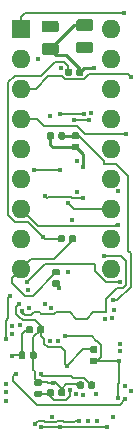
<source format=gbr>
G04 #@! TF.GenerationSoftware,KiCad,Pcbnew,5.1.5+dfsg1-2build2*
G04 #@! TF.CreationDate,2023-02-08T21:01:38+00:00*
G04 #@! TF.ProjectId,video-ram-replacement,76696465-6f2d-4726-916d-2d7265706c61,rev?*
G04 #@! TF.SameCoordinates,Original*
G04 #@! TF.FileFunction,Copper,L4,Bot*
G04 #@! TF.FilePolarity,Positive*
%FSLAX46Y46*%
G04 Gerber Fmt 4.6, Leading zero omitted, Abs format (unit mm)*
G04 Created by KiCad (PCBNEW 5.1.5+dfsg1-2build2) date 2023-02-08 21:01:38*
%MOMM*%
%LPD*%
G04 APERTURE LIST*
%ADD10C,0.150000*%
%ADD11O,1.600000X1.600000*%
%ADD12R,1.600000X1.600000*%
%ADD13C,0.400000*%
%ADD14C,0.250000*%
%ADD15C,0.200000*%
G04 APERTURE END LIST*
G04 #@! TA.AperFunction,SMDPad,CuDef*
D10*
G36*
X181354722Y-151912874D02*
G01*
X181368313Y-151914890D01*
X181381640Y-151918228D01*
X181394576Y-151922857D01*
X181406996Y-151928731D01*
X181418780Y-151935794D01*
X181429815Y-151943979D01*
X181439995Y-151953205D01*
X181449221Y-151963385D01*
X181457406Y-151974420D01*
X181464469Y-151986204D01*
X181470343Y-151998624D01*
X181474972Y-152011560D01*
X181478310Y-152024887D01*
X181480326Y-152038478D01*
X181481000Y-152052200D01*
X181481000Y-152392200D01*
X181480326Y-152405922D01*
X181478310Y-152419513D01*
X181474972Y-152432840D01*
X181470343Y-152445776D01*
X181464469Y-152458196D01*
X181457406Y-152469980D01*
X181449221Y-152481015D01*
X181439995Y-152491195D01*
X181429815Y-152500421D01*
X181418780Y-152508606D01*
X181406996Y-152515669D01*
X181394576Y-152521543D01*
X181381640Y-152526172D01*
X181368313Y-152529510D01*
X181354722Y-152531526D01*
X181341000Y-152532200D01*
X181061000Y-152532200D01*
X181047278Y-152531526D01*
X181033687Y-152529510D01*
X181020360Y-152526172D01*
X181007424Y-152521543D01*
X180995004Y-152515669D01*
X180983220Y-152508606D01*
X180972185Y-152500421D01*
X180962005Y-152491195D01*
X180952779Y-152481015D01*
X180944594Y-152469980D01*
X180937531Y-152458196D01*
X180931657Y-152445776D01*
X180927028Y-152432840D01*
X180923690Y-152419513D01*
X180921674Y-152405922D01*
X180921000Y-152392200D01*
X180921000Y-152052200D01*
X180921674Y-152038478D01*
X180923690Y-152024887D01*
X180927028Y-152011560D01*
X180931657Y-151998624D01*
X180937531Y-151986204D01*
X180944594Y-151974420D01*
X180952779Y-151963385D01*
X180962005Y-151953205D01*
X180972185Y-151943979D01*
X180983220Y-151935794D01*
X180995004Y-151928731D01*
X181007424Y-151922857D01*
X181020360Y-151918228D01*
X181033687Y-151914890D01*
X181047278Y-151912874D01*
X181061000Y-151912200D01*
X181341000Y-151912200D01*
X181354722Y-151912874D01*
G37*
G04 #@! TD.AperFunction*
G04 #@! TA.AperFunction,SMDPad,CuDef*
G36*
X180394722Y-151912874D02*
G01*
X180408313Y-151914890D01*
X180421640Y-151918228D01*
X180434576Y-151922857D01*
X180446996Y-151928731D01*
X180458780Y-151935794D01*
X180469815Y-151943979D01*
X180479995Y-151953205D01*
X180489221Y-151963385D01*
X180497406Y-151974420D01*
X180504469Y-151986204D01*
X180510343Y-151998624D01*
X180514972Y-152011560D01*
X180518310Y-152024887D01*
X180520326Y-152038478D01*
X180521000Y-152052200D01*
X180521000Y-152392200D01*
X180520326Y-152405922D01*
X180518310Y-152419513D01*
X180514972Y-152432840D01*
X180510343Y-152445776D01*
X180504469Y-152458196D01*
X180497406Y-152469980D01*
X180489221Y-152481015D01*
X180479995Y-152491195D01*
X180469815Y-152500421D01*
X180458780Y-152508606D01*
X180446996Y-152515669D01*
X180434576Y-152521543D01*
X180421640Y-152526172D01*
X180408313Y-152529510D01*
X180394722Y-152531526D01*
X180381000Y-152532200D01*
X180101000Y-152532200D01*
X180087278Y-152531526D01*
X180073687Y-152529510D01*
X180060360Y-152526172D01*
X180047424Y-152521543D01*
X180035004Y-152515669D01*
X180023220Y-152508606D01*
X180012185Y-152500421D01*
X180002005Y-152491195D01*
X179992779Y-152481015D01*
X179984594Y-152469980D01*
X179977531Y-152458196D01*
X179971657Y-152445776D01*
X179967028Y-152432840D01*
X179963690Y-152419513D01*
X179961674Y-152405922D01*
X179961000Y-152392200D01*
X179961000Y-152052200D01*
X179961674Y-152038478D01*
X179963690Y-152024887D01*
X179967028Y-152011560D01*
X179971657Y-151998624D01*
X179977531Y-151986204D01*
X179984594Y-151974420D01*
X179992779Y-151963385D01*
X180002005Y-151953205D01*
X180012185Y-151943979D01*
X180023220Y-151935794D01*
X180035004Y-151928731D01*
X180047424Y-151922857D01*
X180060360Y-151918228D01*
X180073687Y-151914890D01*
X180087278Y-151912874D01*
X180101000Y-151912200D01*
X180381000Y-151912200D01*
X180394722Y-151912874D01*
G37*
G04 #@! TD.AperFunction*
G04 #@! TA.AperFunction,SMDPad,CuDef*
G36*
X182682722Y-147068674D02*
G01*
X182696313Y-147070690D01*
X182709640Y-147074028D01*
X182722576Y-147078657D01*
X182734996Y-147084531D01*
X182746780Y-147091594D01*
X182757815Y-147099779D01*
X182767995Y-147109005D01*
X182777221Y-147119185D01*
X182785406Y-147130220D01*
X182792469Y-147142004D01*
X182798343Y-147154424D01*
X182802972Y-147167360D01*
X182806310Y-147180687D01*
X182808326Y-147194278D01*
X182809000Y-147208000D01*
X182809000Y-147488000D01*
X182808326Y-147501722D01*
X182806310Y-147515313D01*
X182802972Y-147528640D01*
X182798343Y-147541576D01*
X182792469Y-147553996D01*
X182785406Y-147565780D01*
X182777221Y-147576815D01*
X182767995Y-147586995D01*
X182757815Y-147596221D01*
X182746780Y-147604406D01*
X182734996Y-147611469D01*
X182722576Y-147617343D01*
X182709640Y-147621972D01*
X182696313Y-147625310D01*
X182682722Y-147627326D01*
X182669000Y-147628000D01*
X182329000Y-147628000D01*
X182315278Y-147627326D01*
X182301687Y-147625310D01*
X182288360Y-147621972D01*
X182275424Y-147617343D01*
X182263004Y-147611469D01*
X182251220Y-147604406D01*
X182240185Y-147596221D01*
X182230005Y-147586995D01*
X182220779Y-147576815D01*
X182212594Y-147565780D01*
X182205531Y-147553996D01*
X182199657Y-147541576D01*
X182195028Y-147528640D01*
X182191690Y-147515313D01*
X182189674Y-147501722D01*
X182189000Y-147488000D01*
X182189000Y-147208000D01*
X182189674Y-147194278D01*
X182191690Y-147180687D01*
X182195028Y-147167360D01*
X182199657Y-147154424D01*
X182205531Y-147142004D01*
X182212594Y-147130220D01*
X182220779Y-147119185D01*
X182230005Y-147109005D01*
X182240185Y-147099779D01*
X182251220Y-147091594D01*
X182263004Y-147084531D01*
X182275424Y-147078657D01*
X182288360Y-147074028D01*
X182301687Y-147070690D01*
X182315278Y-147068674D01*
X182329000Y-147068000D01*
X182669000Y-147068000D01*
X182682722Y-147068674D01*
G37*
G04 #@! TD.AperFunction*
G04 #@! TA.AperFunction,SMDPad,CuDef*
G36*
X182682722Y-148028674D02*
G01*
X182696313Y-148030690D01*
X182709640Y-148034028D01*
X182722576Y-148038657D01*
X182734996Y-148044531D01*
X182746780Y-148051594D01*
X182757815Y-148059779D01*
X182767995Y-148069005D01*
X182777221Y-148079185D01*
X182785406Y-148090220D01*
X182792469Y-148102004D01*
X182798343Y-148114424D01*
X182802972Y-148127360D01*
X182806310Y-148140687D01*
X182808326Y-148154278D01*
X182809000Y-148168000D01*
X182809000Y-148448000D01*
X182808326Y-148461722D01*
X182806310Y-148475313D01*
X182802972Y-148488640D01*
X182798343Y-148501576D01*
X182792469Y-148513996D01*
X182785406Y-148525780D01*
X182777221Y-148536815D01*
X182767995Y-148546995D01*
X182757815Y-148556221D01*
X182746780Y-148564406D01*
X182734996Y-148571469D01*
X182722576Y-148577343D01*
X182709640Y-148581972D01*
X182696313Y-148585310D01*
X182682722Y-148587326D01*
X182669000Y-148588000D01*
X182329000Y-148588000D01*
X182315278Y-148587326D01*
X182301687Y-148585310D01*
X182288360Y-148581972D01*
X182275424Y-148577343D01*
X182263004Y-148571469D01*
X182251220Y-148564406D01*
X182240185Y-148556221D01*
X182230005Y-148546995D01*
X182220779Y-148536815D01*
X182212594Y-148525780D01*
X182205531Y-148513996D01*
X182199657Y-148501576D01*
X182195028Y-148488640D01*
X182191690Y-148475313D01*
X182189674Y-148461722D01*
X182189000Y-148448000D01*
X182189000Y-148168000D01*
X182189674Y-148154278D01*
X182191690Y-148140687D01*
X182195028Y-148127360D01*
X182199657Y-148114424D01*
X182205531Y-148102004D01*
X182212594Y-148090220D01*
X182220779Y-148079185D01*
X182230005Y-148069005D01*
X182240185Y-148059779D01*
X182251220Y-148051594D01*
X182263004Y-148044531D01*
X182275424Y-148038657D01*
X182288360Y-148034028D01*
X182301687Y-148030690D01*
X182315278Y-148028674D01*
X182329000Y-148028000D01*
X182669000Y-148028000D01*
X182682722Y-148028674D01*
G37*
G04 #@! TD.AperFunction*
D11*
X187176000Y-126732000D03*
X179556000Y-147052000D03*
X187176000Y-129272000D03*
X179556000Y-144512000D03*
X187176000Y-131812000D03*
X179556000Y-141972000D03*
X187176000Y-134352000D03*
X179556000Y-139432000D03*
X187176000Y-136892000D03*
X179556000Y-136892000D03*
X187176000Y-139432000D03*
X179556000Y-134352000D03*
X187176000Y-141972000D03*
X179556000Y-131812000D03*
X187176000Y-144512000D03*
X179556000Y-129272000D03*
X187176000Y-147052000D03*
D12*
X179556000Y-126732000D03*
G04 #@! TA.AperFunction,SMDPad,CuDef*
D10*
G36*
X185411504Y-125932204D02*
G01*
X185435773Y-125935804D01*
X185459571Y-125941765D01*
X185482671Y-125950030D01*
X185504849Y-125960520D01*
X185525893Y-125973133D01*
X185545598Y-125987747D01*
X185563777Y-126004223D01*
X185580253Y-126022402D01*
X185594867Y-126042107D01*
X185607480Y-126063151D01*
X185617970Y-126085329D01*
X185626235Y-126108429D01*
X185632196Y-126132227D01*
X185635796Y-126156496D01*
X185637000Y-126181000D01*
X185637000Y-126681000D01*
X185635796Y-126705504D01*
X185632196Y-126729773D01*
X185626235Y-126753571D01*
X185617970Y-126776671D01*
X185607480Y-126798849D01*
X185594867Y-126819893D01*
X185580253Y-126839598D01*
X185563777Y-126857777D01*
X185545598Y-126874253D01*
X185525893Y-126888867D01*
X185504849Y-126901480D01*
X185482671Y-126911970D01*
X185459571Y-126920235D01*
X185435773Y-126926196D01*
X185411504Y-126929796D01*
X185387000Y-126931000D01*
X184437000Y-126931000D01*
X184412496Y-126929796D01*
X184388227Y-126926196D01*
X184364429Y-126920235D01*
X184341329Y-126911970D01*
X184319151Y-126901480D01*
X184298107Y-126888867D01*
X184278402Y-126874253D01*
X184260223Y-126857777D01*
X184243747Y-126839598D01*
X184229133Y-126819893D01*
X184216520Y-126798849D01*
X184206030Y-126776671D01*
X184197765Y-126753571D01*
X184191804Y-126729773D01*
X184188204Y-126705504D01*
X184187000Y-126681000D01*
X184187000Y-126181000D01*
X184188204Y-126156496D01*
X184191804Y-126132227D01*
X184197765Y-126108429D01*
X184206030Y-126085329D01*
X184216520Y-126063151D01*
X184229133Y-126042107D01*
X184243747Y-126022402D01*
X184260223Y-126004223D01*
X184278402Y-125987747D01*
X184298107Y-125973133D01*
X184319151Y-125960520D01*
X184341329Y-125950030D01*
X184364429Y-125941765D01*
X184388227Y-125935804D01*
X184412496Y-125932204D01*
X184437000Y-125931000D01*
X185387000Y-125931000D01*
X185411504Y-125932204D01*
G37*
G04 #@! TD.AperFunction*
G04 #@! TA.AperFunction,SMDPad,CuDef*
G36*
X185411504Y-127832204D02*
G01*
X185435773Y-127835804D01*
X185459571Y-127841765D01*
X185482671Y-127850030D01*
X185504849Y-127860520D01*
X185525893Y-127873133D01*
X185545598Y-127887747D01*
X185563777Y-127904223D01*
X185580253Y-127922402D01*
X185594867Y-127942107D01*
X185607480Y-127963151D01*
X185617970Y-127985329D01*
X185626235Y-128008429D01*
X185632196Y-128032227D01*
X185635796Y-128056496D01*
X185637000Y-128081000D01*
X185637000Y-128581000D01*
X185635796Y-128605504D01*
X185632196Y-128629773D01*
X185626235Y-128653571D01*
X185617970Y-128676671D01*
X185607480Y-128698849D01*
X185594867Y-128719893D01*
X185580253Y-128739598D01*
X185563777Y-128757777D01*
X185545598Y-128774253D01*
X185525893Y-128788867D01*
X185504849Y-128801480D01*
X185482671Y-128811970D01*
X185459571Y-128820235D01*
X185435773Y-128826196D01*
X185411504Y-128829796D01*
X185387000Y-128831000D01*
X184437000Y-128831000D01*
X184412496Y-128829796D01*
X184388227Y-128826196D01*
X184364429Y-128820235D01*
X184341329Y-128811970D01*
X184319151Y-128801480D01*
X184298107Y-128788867D01*
X184278402Y-128774253D01*
X184260223Y-128757777D01*
X184243747Y-128739598D01*
X184229133Y-128719893D01*
X184216520Y-128698849D01*
X184206030Y-128676671D01*
X184197765Y-128653571D01*
X184191804Y-128629773D01*
X184188204Y-128605504D01*
X184187000Y-128581000D01*
X184187000Y-128081000D01*
X184188204Y-128056496D01*
X184191804Y-128032227D01*
X184197765Y-128008429D01*
X184206030Y-127985329D01*
X184216520Y-127963151D01*
X184229133Y-127942107D01*
X184243747Y-127922402D01*
X184260223Y-127904223D01*
X184278402Y-127887747D01*
X184298107Y-127873133D01*
X184319151Y-127860520D01*
X184341329Y-127850030D01*
X184364429Y-127841765D01*
X184388227Y-127835804D01*
X184412496Y-127832204D01*
X184437000Y-127831000D01*
X185387000Y-127831000D01*
X185411504Y-127832204D01*
G37*
G04 #@! TD.AperFunction*
G04 #@! TA.AperFunction,SMDPad,CuDef*
G36*
X182490504Y-127959204D02*
G01*
X182514773Y-127962804D01*
X182538571Y-127968765D01*
X182561671Y-127977030D01*
X182583849Y-127987520D01*
X182604893Y-128000133D01*
X182624598Y-128014747D01*
X182642777Y-128031223D01*
X182659253Y-128049402D01*
X182673867Y-128069107D01*
X182686480Y-128090151D01*
X182696970Y-128112329D01*
X182705235Y-128135429D01*
X182711196Y-128159227D01*
X182714796Y-128183496D01*
X182716000Y-128208000D01*
X182716000Y-128708000D01*
X182714796Y-128732504D01*
X182711196Y-128756773D01*
X182705235Y-128780571D01*
X182696970Y-128803671D01*
X182686480Y-128825849D01*
X182673867Y-128846893D01*
X182659253Y-128866598D01*
X182642777Y-128884777D01*
X182624598Y-128901253D01*
X182604893Y-128915867D01*
X182583849Y-128928480D01*
X182561671Y-128938970D01*
X182538571Y-128947235D01*
X182514773Y-128953196D01*
X182490504Y-128956796D01*
X182466000Y-128958000D01*
X181516000Y-128958000D01*
X181491496Y-128956796D01*
X181467227Y-128953196D01*
X181443429Y-128947235D01*
X181420329Y-128938970D01*
X181398151Y-128928480D01*
X181377107Y-128915867D01*
X181357402Y-128901253D01*
X181339223Y-128884777D01*
X181322747Y-128866598D01*
X181308133Y-128846893D01*
X181295520Y-128825849D01*
X181285030Y-128803671D01*
X181276765Y-128780571D01*
X181270804Y-128756773D01*
X181267204Y-128732504D01*
X181266000Y-128708000D01*
X181266000Y-128208000D01*
X181267204Y-128183496D01*
X181270804Y-128159227D01*
X181276765Y-128135429D01*
X181285030Y-128112329D01*
X181295520Y-128090151D01*
X181308133Y-128069107D01*
X181322747Y-128049402D01*
X181339223Y-128031223D01*
X181357402Y-128014747D01*
X181377107Y-128000133D01*
X181398151Y-127987520D01*
X181420329Y-127977030D01*
X181443429Y-127968765D01*
X181467227Y-127962804D01*
X181491496Y-127959204D01*
X181516000Y-127958000D01*
X182466000Y-127958000D01*
X182490504Y-127959204D01*
G37*
G04 #@! TD.AperFunction*
G04 #@! TA.AperFunction,SMDPad,CuDef*
G36*
X182490504Y-126059204D02*
G01*
X182514773Y-126062804D01*
X182538571Y-126068765D01*
X182561671Y-126077030D01*
X182583849Y-126087520D01*
X182604893Y-126100133D01*
X182624598Y-126114747D01*
X182642777Y-126131223D01*
X182659253Y-126149402D01*
X182673867Y-126169107D01*
X182686480Y-126190151D01*
X182696970Y-126212329D01*
X182705235Y-126235429D01*
X182711196Y-126259227D01*
X182714796Y-126283496D01*
X182716000Y-126308000D01*
X182716000Y-126808000D01*
X182714796Y-126832504D01*
X182711196Y-126856773D01*
X182705235Y-126880571D01*
X182696970Y-126903671D01*
X182686480Y-126925849D01*
X182673867Y-126946893D01*
X182659253Y-126966598D01*
X182642777Y-126984777D01*
X182624598Y-127001253D01*
X182604893Y-127015867D01*
X182583849Y-127028480D01*
X182561671Y-127038970D01*
X182538571Y-127047235D01*
X182514773Y-127053196D01*
X182490504Y-127056796D01*
X182466000Y-127058000D01*
X181516000Y-127058000D01*
X181491496Y-127056796D01*
X181467227Y-127053196D01*
X181443429Y-127047235D01*
X181420329Y-127038970D01*
X181398151Y-127028480D01*
X181377107Y-127015867D01*
X181357402Y-127001253D01*
X181339223Y-126984777D01*
X181322747Y-126966598D01*
X181308133Y-126946893D01*
X181295520Y-126925849D01*
X181285030Y-126903671D01*
X181276765Y-126880571D01*
X181270804Y-126856773D01*
X181267204Y-126832504D01*
X181266000Y-126808000D01*
X181266000Y-126308000D01*
X181267204Y-126283496D01*
X181270804Y-126259227D01*
X181276765Y-126235429D01*
X181285030Y-126212329D01*
X181295520Y-126190151D01*
X181308133Y-126169107D01*
X181322747Y-126149402D01*
X181339223Y-126131223D01*
X181357402Y-126114747D01*
X181377107Y-126100133D01*
X181398151Y-126087520D01*
X181420329Y-126077030D01*
X181443429Y-126068765D01*
X181467227Y-126062804D01*
X181491496Y-126059204D01*
X181516000Y-126058000D01*
X182466000Y-126058000D01*
X182490504Y-126059204D01*
G37*
G04 #@! TD.AperFunction*
G04 #@! TA.AperFunction,SMDPad,CuDef*
G36*
X185857722Y-153621874D02*
G01*
X185871313Y-153623890D01*
X185884640Y-153627228D01*
X185897576Y-153631857D01*
X185909996Y-153637731D01*
X185921780Y-153644794D01*
X185932815Y-153652979D01*
X185942995Y-153662205D01*
X185952221Y-153672385D01*
X185960406Y-153683420D01*
X185967469Y-153695204D01*
X185973343Y-153707624D01*
X185977972Y-153720560D01*
X185981310Y-153733887D01*
X185983326Y-153747478D01*
X185984000Y-153761200D01*
X185984000Y-154041200D01*
X185983326Y-154054922D01*
X185981310Y-154068513D01*
X185977972Y-154081840D01*
X185973343Y-154094776D01*
X185967469Y-154107196D01*
X185960406Y-154118980D01*
X185952221Y-154130015D01*
X185942995Y-154140195D01*
X185932815Y-154149421D01*
X185921780Y-154157606D01*
X185909996Y-154164669D01*
X185897576Y-154170543D01*
X185884640Y-154175172D01*
X185871313Y-154178510D01*
X185857722Y-154180526D01*
X185844000Y-154181200D01*
X185504000Y-154181200D01*
X185490278Y-154180526D01*
X185476687Y-154178510D01*
X185463360Y-154175172D01*
X185450424Y-154170543D01*
X185438004Y-154164669D01*
X185426220Y-154157606D01*
X185415185Y-154149421D01*
X185405005Y-154140195D01*
X185395779Y-154130015D01*
X185387594Y-154118980D01*
X185380531Y-154107196D01*
X185374657Y-154094776D01*
X185370028Y-154081840D01*
X185366690Y-154068513D01*
X185364674Y-154054922D01*
X185364000Y-154041200D01*
X185364000Y-153761200D01*
X185364674Y-153747478D01*
X185366690Y-153733887D01*
X185370028Y-153720560D01*
X185374657Y-153707624D01*
X185380531Y-153695204D01*
X185387594Y-153683420D01*
X185395779Y-153672385D01*
X185405005Y-153662205D01*
X185415185Y-153652979D01*
X185426220Y-153644794D01*
X185438004Y-153637731D01*
X185450424Y-153631857D01*
X185463360Y-153627228D01*
X185476687Y-153623890D01*
X185490278Y-153621874D01*
X185504000Y-153621200D01*
X185844000Y-153621200D01*
X185857722Y-153621874D01*
G37*
G04 #@! TD.AperFunction*
G04 #@! TA.AperFunction,SMDPad,CuDef*
G36*
X185857722Y-154581874D02*
G01*
X185871313Y-154583890D01*
X185884640Y-154587228D01*
X185897576Y-154591857D01*
X185909996Y-154597731D01*
X185921780Y-154604794D01*
X185932815Y-154612979D01*
X185942995Y-154622205D01*
X185952221Y-154632385D01*
X185960406Y-154643420D01*
X185967469Y-154655204D01*
X185973343Y-154667624D01*
X185977972Y-154680560D01*
X185981310Y-154693887D01*
X185983326Y-154707478D01*
X185984000Y-154721200D01*
X185984000Y-155001200D01*
X185983326Y-155014922D01*
X185981310Y-155028513D01*
X185977972Y-155041840D01*
X185973343Y-155054776D01*
X185967469Y-155067196D01*
X185960406Y-155078980D01*
X185952221Y-155090015D01*
X185942995Y-155100195D01*
X185932815Y-155109421D01*
X185921780Y-155117606D01*
X185909996Y-155124669D01*
X185897576Y-155130543D01*
X185884640Y-155135172D01*
X185871313Y-155138510D01*
X185857722Y-155140526D01*
X185844000Y-155141200D01*
X185504000Y-155141200D01*
X185490278Y-155140526D01*
X185476687Y-155138510D01*
X185463360Y-155135172D01*
X185450424Y-155130543D01*
X185438004Y-155124669D01*
X185426220Y-155117606D01*
X185415185Y-155109421D01*
X185405005Y-155100195D01*
X185395779Y-155090015D01*
X185387594Y-155078980D01*
X185380531Y-155067196D01*
X185374657Y-155054776D01*
X185370028Y-155041840D01*
X185366690Y-155028513D01*
X185364674Y-155014922D01*
X185364000Y-155001200D01*
X185364000Y-154721200D01*
X185364674Y-154707478D01*
X185366690Y-154693887D01*
X185370028Y-154680560D01*
X185374657Y-154667624D01*
X185380531Y-154655204D01*
X185387594Y-154643420D01*
X185395779Y-154632385D01*
X185405005Y-154622205D01*
X185415185Y-154612979D01*
X185426220Y-154604794D01*
X185438004Y-154597731D01*
X185450424Y-154591857D01*
X185463360Y-154587228D01*
X185476687Y-154583890D01*
X185490278Y-154581874D01*
X185504000Y-154581200D01*
X185844000Y-154581200D01*
X185857722Y-154581874D01*
G37*
G04 #@! TD.AperFunction*
G04 #@! TA.AperFunction,SMDPad,CuDef*
G36*
X184656722Y-130119674D02*
G01*
X184670313Y-130121690D01*
X184683640Y-130125028D01*
X184696576Y-130129657D01*
X184708996Y-130135531D01*
X184720780Y-130142594D01*
X184731815Y-130150779D01*
X184741995Y-130160005D01*
X184751221Y-130170185D01*
X184759406Y-130181220D01*
X184766469Y-130193004D01*
X184772343Y-130205424D01*
X184776972Y-130218360D01*
X184780310Y-130231687D01*
X184782326Y-130245278D01*
X184783000Y-130259000D01*
X184783000Y-130599000D01*
X184782326Y-130612722D01*
X184780310Y-130626313D01*
X184776972Y-130639640D01*
X184772343Y-130652576D01*
X184766469Y-130664996D01*
X184759406Y-130676780D01*
X184751221Y-130687815D01*
X184741995Y-130697995D01*
X184731815Y-130707221D01*
X184720780Y-130715406D01*
X184708996Y-130722469D01*
X184696576Y-130728343D01*
X184683640Y-130732972D01*
X184670313Y-130736310D01*
X184656722Y-130738326D01*
X184643000Y-130739000D01*
X184363000Y-130739000D01*
X184349278Y-130738326D01*
X184335687Y-130736310D01*
X184322360Y-130732972D01*
X184309424Y-130728343D01*
X184297004Y-130722469D01*
X184285220Y-130715406D01*
X184274185Y-130707221D01*
X184264005Y-130697995D01*
X184254779Y-130687815D01*
X184246594Y-130676780D01*
X184239531Y-130664996D01*
X184233657Y-130652576D01*
X184229028Y-130639640D01*
X184225690Y-130626313D01*
X184223674Y-130612722D01*
X184223000Y-130599000D01*
X184223000Y-130259000D01*
X184223674Y-130245278D01*
X184225690Y-130231687D01*
X184229028Y-130218360D01*
X184233657Y-130205424D01*
X184239531Y-130193004D01*
X184246594Y-130181220D01*
X184254779Y-130170185D01*
X184264005Y-130160005D01*
X184274185Y-130150779D01*
X184285220Y-130142594D01*
X184297004Y-130135531D01*
X184309424Y-130129657D01*
X184322360Y-130125028D01*
X184335687Y-130121690D01*
X184349278Y-130119674D01*
X184363000Y-130119000D01*
X184643000Y-130119000D01*
X184656722Y-130119674D01*
G37*
G04 #@! TD.AperFunction*
G04 #@! TA.AperFunction,SMDPad,CuDef*
G36*
X183696722Y-130119674D02*
G01*
X183710313Y-130121690D01*
X183723640Y-130125028D01*
X183736576Y-130129657D01*
X183748996Y-130135531D01*
X183760780Y-130142594D01*
X183771815Y-130150779D01*
X183781995Y-130160005D01*
X183791221Y-130170185D01*
X183799406Y-130181220D01*
X183806469Y-130193004D01*
X183812343Y-130205424D01*
X183816972Y-130218360D01*
X183820310Y-130231687D01*
X183822326Y-130245278D01*
X183823000Y-130259000D01*
X183823000Y-130599000D01*
X183822326Y-130612722D01*
X183820310Y-130626313D01*
X183816972Y-130639640D01*
X183812343Y-130652576D01*
X183806469Y-130664996D01*
X183799406Y-130676780D01*
X183791221Y-130687815D01*
X183781995Y-130697995D01*
X183771815Y-130707221D01*
X183760780Y-130715406D01*
X183748996Y-130722469D01*
X183736576Y-130728343D01*
X183723640Y-130732972D01*
X183710313Y-130736310D01*
X183696722Y-130738326D01*
X183683000Y-130739000D01*
X183403000Y-130739000D01*
X183389278Y-130738326D01*
X183375687Y-130736310D01*
X183362360Y-130732972D01*
X183349424Y-130728343D01*
X183337004Y-130722469D01*
X183325220Y-130715406D01*
X183314185Y-130707221D01*
X183304005Y-130697995D01*
X183294779Y-130687815D01*
X183286594Y-130676780D01*
X183279531Y-130664996D01*
X183273657Y-130652576D01*
X183269028Y-130639640D01*
X183265690Y-130626313D01*
X183263674Y-130612722D01*
X183263000Y-130599000D01*
X183263000Y-130259000D01*
X183263674Y-130245278D01*
X183265690Y-130231687D01*
X183269028Y-130218360D01*
X183273657Y-130205424D01*
X183279531Y-130193004D01*
X183286594Y-130181220D01*
X183294779Y-130170185D01*
X183304005Y-130160005D01*
X183314185Y-130150779D01*
X183325220Y-130142594D01*
X183337004Y-130135531D01*
X183349424Y-130129657D01*
X183362360Y-130125028D01*
X183375687Y-130121690D01*
X183389278Y-130119674D01*
X183403000Y-130119000D01*
X183683000Y-130119000D01*
X183696722Y-130119674D01*
G37*
G04 #@! TD.AperFunction*
G04 #@! TA.AperFunction,SMDPad,CuDef*
G36*
X184712722Y-156611874D02*
G01*
X184726313Y-156613890D01*
X184739640Y-156617228D01*
X184752576Y-156621857D01*
X184764996Y-156627731D01*
X184776780Y-156634794D01*
X184787815Y-156642979D01*
X184797995Y-156652205D01*
X184807221Y-156662385D01*
X184815406Y-156673420D01*
X184822469Y-156685204D01*
X184828343Y-156697624D01*
X184832972Y-156710560D01*
X184836310Y-156723887D01*
X184838326Y-156737478D01*
X184839000Y-156751200D01*
X184839000Y-157091200D01*
X184838326Y-157104922D01*
X184836310Y-157118513D01*
X184832972Y-157131840D01*
X184828343Y-157144776D01*
X184822469Y-157157196D01*
X184815406Y-157168980D01*
X184807221Y-157180015D01*
X184797995Y-157190195D01*
X184787815Y-157199421D01*
X184776780Y-157207606D01*
X184764996Y-157214669D01*
X184752576Y-157220543D01*
X184739640Y-157225172D01*
X184726313Y-157228510D01*
X184712722Y-157230526D01*
X184699000Y-157231200D01*
X184419000Y-157231200D01*
X184405278Y-157230526D01*
X184391687Y-157228510D01*
X184378360Y-157225172D01*
X184365424Y-157220543D01*
X184353004Y-157214669D01*
X184341220Y-157207606D01*
X184330185Y-157199421D01*
X184320005Y-157190195D01*
X184310779Y-157180015D01*
X184302594Y-157168980D01*
X184295531Y-157157196D01*
X184289657Y-157144776D01*
X184285028Y-157131840D01*
X184281690Y-157118513D01*
X184279674Y-157104922D01*
X184279000Y-157091200D01*
X184279000Y-156751200D01*
X184279674Y-156737478D01*
X184281690Y-156723887D01*
X184285028Y-156710560D01*
X184289657Y-156697624D01*
X184295531Y-156685204D01*
X184302594Y-156673420D01*
X184310779Y-156662385D01*
X184320005Y-156652205D01*
X184330185Y-156642979D01*
X184341220Y-156634794D01*
X184353004Y-156627731D01*
X184365424Y-156621857D01*
X184378360Y-156617228D01*
X184391687Y-156613890D01*
X184405278Y-156611874D01*
X184419000Y-156611200D01*
X184699000Y-156611200D01*
X184712722Y-156611874D01*
G37*
G04 #@! TD.AperFunction*
G04 #@! TA.AperFunction,SMDPad,CuDef*
G36*
X185672722Y-156611874D02*
G01*
X185686313Y-156613890D01*
X185699640Y-156617228D01*
X185712576Y-156621857D01*
X185724996Y-156627731D01*
X185736780Y-156634794D01*
X185747815Y-156642979D01*
X185757995Y-156652205D01*
X185767221Y-156662385D01*
X185775406Y-156673420D01*
X185782469Y-156685204D01*
X185788343Y-156697624D01*
X185792972Y-156710560D01*
X185796310Y-156723887D01*
X185798326Y-156737478D01*
X185799000Y-156751200D01*
X185799000Y-157091200D01*
X185798326Y-157104922D01*
X185796310Y-157118513D01*
X185792972Y-157131840D01*
X185788343Y-157144776D01*
X185782469Y-157157196D01*
X185775406Y-157168980D01*
X185767221Y-157180015D01*
X185757995Y-157190195D01*
X185747815Y-157199421D01*
X185736780Y-157207606D01*
X185724996Y-157214669D01*
X185712576Y-157220543D01*
X185699640Y-157225172D01*
X185686313Y-157228510D01*
X185672722Y-157230526D01*
X185659000Y-157231200D01*
X185379000Y-157231200D01*
X185365278Y-157230526D01*
X185351687Y-157228510D01*
X185338360Y-157225172D01*
X185325424Y-157220543D01*
X185313004Y-157214669D01*
X185301220Y-157207606D01*
X185290185Y-157199421D01*
X185280005Y-157190195D01*
X185270779Y-157180015D01*
X185262594Y-157168980D01*
X185255531Y-157157196D01*
X185249657Y-157144776D01*
X185245028Y-157131840D01*
X185241690Y-157118513D01*
X185239674Y-157104922D01*
X185239000Y-157091200D01*
X185239000Y-156751200D01*
X185239674Y-156737478D01*
X185241690Y-156723887D01*
X185245028Y-156710560D01*
X185249657Y-156697624D01*
X185255531Y-156685204D01*
X185262594Y-156673420D01*
X185270779Y-156662385D01*
X185280005Y-156652205D01*
X185290185Y-156642979D01*
X185301220Y-156634794D01*
X185313004Y-156627731D01*
X185325424Y-156621857D01*
X185338360Y-156617228D01*
X185351687Y-156613890D01*
X185365278Y-156611874D01*
X185379000Y-156611200D01*
X185659000Y-156611200D01*
X185672722Y-156611874D01*
G37*
G04 #@! TD.AperFunction*
G04 #@! TA.AperFunction,SMDPad,CuDef*
G36*
X184049722Y-144216674D02*
G01*
X184063313Y-144218690D01*
X184076640Y-144222028D01*
X184089576Y-144226657D01*
X184101996Y-144232531D01*
X184113780Y-144239594D01*
X184124815Y-144247779D01*
X184134995Y-144257005D01*
X184144221Y-144267185D01*
X184152406Y-144278220D01*
X184159469Y-144290004D01*
X184165343Y-144302424D01*
X184169972Y-144315360D01*
X184173310Y-144328687D01*
X184175326Y-144342278D01*
X184176000Y-144356000D01*
X184176000Y-144696000D01*
X184175326Y-144709722D01*
X184173310Y-144723313D01*
X184169972Y-144736640D01*
X184165343Y-144749576D01*
X184159469Y-144761996D01*
X184152406Y-144773780D01*
X184144221Y-144784815D01*
X184134995Y-144794995D01*
X184124815Y-144804221D01*
X184113780Y-144812406D01*
X184101996Y-144819469D01*
X184089576Y-144825343D01*
X184076640Y-144829972D01*
X184063313Y-144833310D01*
X184049722Y-144835326D01*
X184036000Y-144836000D01*
X183756000Y-144836000D01*
X183742278Y-144835326D01*
X183728687Y-144833310D01*
X183715360Y-144829972D01*
X183702424Y-144825343D01*
X183690004Y-144819469D01*
X183678220Y-144812406D01*
X183667185Y-144804221D01*
X183657005Y-144794995D01*
X183647779Y-144784815D01*
X183639594Y-144773780D01*
X183632531Y-144761996D01*
X183626657Y-144749576D01*
X183622028Y-144736640D01*
X183618690Y-144723313D01*
X183616674Y-144709722D01*
X183616000Y-144696000D01*
X183616000Y-144356000D01*
X183616674Y-144342278D01*
X183618690Y-144328687D01*
X183622028Y-144315360D01*
X183626657Y-144302424D01*
X183632531Y-144290004D01*
X183639594Y-144278220D01*
X183647779Y-144267185D01*
X183657005Y-144257005D01*
X183667185Y-144247779D01*
X183678220Y-144239594D01*
X183690004Y-144232531D01*
X183702424Y-144226657D01*
X183715360Y-144222028D01*
X183728687Y-144218690D01*
X183742278Y-144216674D01*
X183756000Y-144216000D01*
X184036000Y-144216000D01*
X184049722Y-144216674D01*
G37*
G04 #@! TD.AperFunction*
G04 #@! TA.AperFunction,SMDPad,CuDef*
G36*
X183089722Y-144216674D02*
G01*
X183103313Y-144218690D01*
X183116640Y-144222028D01*
X183129576Y-144226657D01*
X183141996Y-144232531D01*
X183153780Y-144239594D01*
X183164815Y-144247779D01*
X183174995Y-144257005D01*
X183184221Y-144267185D01*
X183192406Y-144278220D01*
X183199469Y-144290004D01*
X183205343Y-144302424D01*
X183209972Y-144315360D01*
X183213310Y-144328687D01*
X183215326Y-144342278D01*
X183216000Y-144356000D01*
X183216000Y-144696000D01*
X183215326Y-144709722D01*
X183213310Y-144723313D01*
X183209972Y-144736640D01*
X183205343Y-144749576D01*
X183199469Y-144761996D01*
X183192406Y-144773780D01*
X183184221Y-144784815D01*
X183174995Y-144794995D01*
X183164815Y-144804221D01*
X183153780Y-144812406D01*
X183141996Y-144819469D01*
X183129576Y-144825343D01*
X183116640Y-144829972D01*
X183103313Y-144833310D01*
X183089722Y-144835326D01*
X183076000Y-144836000D01*
X182796000Y-144836000D01*
X182782278Y-144835326D01*
X182768687Y-144833310D01*
X182755360Y-144829972D01*
X182742424Y-144825343D01*
X182730004Y-144819469D01*
X182718220Y-144812406D01*
X182707185Y-144804221D01*
X182697005Y-144794995D01*
X182687779Y-144784815D01*
X182679594Y-144773780D01*
X182672531Y-144761996D01*
X182666657Y-144749576D01*
X182662028Y-144736640D01*
X182658690Y-144723313D01*
X182656674Y-144709722D01*
X182656000Y-144696000D01*
X182656000Y-144356000D01*
X182656674Y-144342278D01*
X182658690Y-144328687D01*
X182662028Y-144315360D01*
X182666657Y-144302424D01*
X182672531Y-144290004D01*
X182679594Y-144278220D01*
X182687779Y-144267185D01*
X182697005Y-144257005D01*
X182707185Y-144247779D01*
X182718220Y-144239594D01*
X182730004Y-144232531D01*
X182742424Y-144226657D01*
X182755360Y-144222028D01*
X182768687Y-144218690D01*
X182782278Y-144216674D01*
X182796000Y-144216000D01*
X183076000Y-144216000D01*
X183089722Y-144216674D01*
G37*
G04 #@! TD.AperFunction*
G04 #@! TA.AperFunction,SMDPad,CuDef*
G36*
X183132722Y-135504474D02*
G01*
X183146313Y-135506490D01*
X183159640Y-135509828D01*
X183172576Y-135514457D01*
X183184996Y-135520331D01*
X183196780Y-135527394D01*
X183207815Y-135535579D01*
X183217995Y-135544805D01*
X183227221Y-135554985D01*
X183235406Y-135566020D01*
X183242469Y-135577804D01*
X183248343Y-135590224D01*
X183252972Y-135603160D01*
X183256310Y-135616487D01*
X183258326Y-135630078D01*
X183259000Y-135643800D01*
X183259000Y-135983800D01*
X183258326Y-135997522D01*
X183256310Y-136011113D01*
X183252972Y-136024440D01*
X183248343Y-136037376D01*
X183242469Y-136049796D01*
X183235406Y-136061580D01*
X183227221Y-136072615D01*
X183217995Y-136082795D01*
X183207815Y-136092021D01*
X183196780Y-136100206D01*
X183184996Y-136107269D01*
X183172576Y-136113143D01*
X183159640Y-136117772D01*
X183146313Y-136121110D01*
X183132722Y-136123126D01*
X183119000Y-136123800D01*
X182839000Y-136123800D01*
X182825278Y-136123126D01*
X182811687Y-136121110D01*
X182798360Y-136117772D01*
X182785424Y-136113143D01*
X182773004Y-136107269D01*
X182761220Y-136100206D01*
X182750185Y-136092021D01*
X182740005Y-136082795D01*
X182730779Y-136072615D01*
X182722594Y-136061580D01*
X182715531Y-136049796D01*
X182709657Y-136037376D01*
X182705028Y-136024440D01*
X182701690Y-136011113D01*
X182699674Y-135997522D01*
X182699000Y-135983800D01*
X182699000Y-135643800D01*
X182699674Y-135630078D01*
X182701690Y-135616487D01*
X182705028Y-135603160D01*
X182709657Y-135590224D01*
X182715531Y-135577804D01*
X182722594Y-135566020D01*
X182730779Y-135554985D01*
X182740005Y-135544805D01*
X182750185Y-135535579D01*
X182761220Y-135527394D01*
X182773004Y-135520331D01*
X182785424Y-135514457D01*
X182798360Y-135509828D01*
X182811687Y-135506490D01*
X182825278Y-135504474D01*
X182839000Y-135503800D01*
X183119000Y-135503800D01*
X183132722Y-135504474D01*
G37*
G04 #@! TD.AperFunction*
G04 #@! TA.AperFunction,SMDPad,CuDef*
G36*
X182172722Y-135504474D02*
G01*
X182186313Y-135506490D01*
X182199640Y-135509828D01*
X182212576Y-135514457D01*
X182224996Y-135520331D01*
X182236780Y-135527394D01*
X182247815Y-135535579D01*
X182257995Y-135544805D01*
X182267221Y-135554985D01*
X182275406Y-135566020D01*
X182282469Y-135577804D01*
X182288343Y-135590224D01*
X182292972Y-135603160D01*
X182296310Y-135616487D01*
X182298326Y-135630078D01*
X182299000Y-135643800D01*
X182299000Y-135983800D01*
X182298326Y-135997522D01*
X182296310Y-136011113D01*
X182292972Y-136024440D01*
X182288343Y-136037376D01*
X182282469Y-136049796D01*
X182275406Y-136061580D01*
X182267221Y-136072615D01*
X182257995Y-136082795D01*
X182247815Y-136092021D01*
X182236780Y-136100206D01*
X182224996Y-136107269D01*
X182212576Y-136113143D01*
X182199640Y-136117772D01*
X182186313Y-136121110D01*
X182172722Y-136123126D01*
X182159000Y-136123800D01*
X181879000Y-136123800D01*
X181865278Y-136123126D01*
X181851687Y-136121110D01*
X181838360Y-136117772D01*
X181825424Y-136113143D01*
X181813004Y-136107269D01*
X181801220Y-136100206D01*
X181790185Y-136092021D01*
X181780005Y-136082795D01*
X181770779Y-136072615D01*
X181762594Y-136061580D01*
X181755531Y-136049796D01*
X181749657Y-136037376D01*
X181745028Y-136024440D01*
X181741690Y-136011113D01*
X181739674Y-135997522D01*
X181739000Y-135983800D01*
X181739000Y-135643800D01*
X181739674Y-135630078D01*
X181741690Y-135616487D01*
X181745028Y-135603160D01*
X181749657Y-135590224D01*
X181755531Y-135577804D01*
X181762594Y-135566020D01*
X181770779Y-135554985D01*
X181780005Y-135544805D01*
X181790185Y-135535579D01*
X181801220Y-135527394D01*
X181813004Y-135520331D01*
X181825424Y-135514457D01*
X181838360Y-135509828D01*
X181851687Y-135506490D01*
X181865278Y-135504474D01*
X181879000Y-135503800D01*
X182159000Y-135503800D01*
X182172722Y-135504474D01*
G37*
G04 #@! TD.AperFunction*
G04 #@! TA.AperFunction,SMDPad,CuDef*
G36*
X184333722Y-135511674D02*
G01*
X184347313Y-135513690D01*
X184360640Y-135517028D01*
X184373576Y-135521657D01*
X184385996Y-135527531D01*
X184397780Y-135534594D01*
X184408815Y-135542779D01*
X184418995Y-135552005D01*
X184428221Y-135562185D01*
X184436406Y-135573220D01*
X184443469Y-135585004D01*
X184449343Y-135597424D01*
X184453972Y-135610360D01*
X184457310Y-135623687D01*
X184459326Y-135637278D01*
X184460000Y-135651000D01*
X184460000Y-135931000D01*
X184459326Y-135944722D01*
X184457310Y-135958313D01*
X184453972Y-135971640D01*
X184449343Y-135984576D01*
X184443469Y-135996996D01*
X184436406Y-136008780D01*
X184428221Y-136019815D01*
X184418995Y-136029995D01*
X184408815Y-136039221D01*
X184397780Y-136047406D01*
X184385996Y-136054469D01*
X184373576Y-136060343D01*
X184360640Y-136064972D01*
X184347313Y-136068310D01*
X184333722Y-136070326D01*
X184320000Y-136071000D01*
X183980000Y-136071000D01*
X183966278Y-136070326D01*
X183952687Y-136068310D01*
X183939360Y-136064972D01*
X183926424Y-136060343D01*
X183914004Y-136054469D01*
X183902220Y-136047406D01*
X183891185Y-136039221D01*
X183881005Y-136029995D01*
X183871779Y-136019815D01*
X183863594Y-136008780D01*
X183856531Y-135996996D01*
X183850657Y-135984576D01*
X183846028Y-135971640D01*
X183842690Y-135958313D01*
X183840674Y-135944722D01*
X183840000Y-135931000D01*
X183840000Y-135651000D01*
X183840674Y-135637278D01*
X183842690Y-135623687D01*
X183846028Y-135610360D01*
X183850657Y-135597424D01*
X183856531Y-135585004D01*
X183863594Y-135573220D01*
X183871779Y-135562185D01*
X183881005Y-135552005D01*
X183891185Y-135542779D01*
X183902220Y-135534594D01*
X183914004Y-135527531D01*
X183926424Y-135521657D01*
X183939360Y-135517028D01*
X183952687Y-135513690D01*
X183966278Y-135511674D01*
X183980000Y-135511000D01*
X184320000Y-135511000D01*
X184333722Y-135511674D01*
G37*
G04 #@! TD.AperFunction*
G04 #@! TA.AperFunction,SMDPad,CuDef*
G36*
X184333722Y-136471674D02*
G01*
X184347313Y-136473690D01*
X184360640Y-136477028D01*
X184373576Y-136481657D01*
X184385996Y-136487531D01*
X184397780Y-136494594D01*
X184408815Y-136502779D01*
X184418995Y-136512005D01*
X184428221Y-136522185D01*
X184436406Y-136533220D01*
X184443469Y-136545004D01*
X184449343Y-136557424D01*
X184453972Y-136570360D01*
X184457310Y-136583687D01*
X184459326Y-136597278D01*
X184460000Y-136611000D01*
X184460000Y-136891000D01*
X184459326Y-136904722D01*
X184457310Y-136918313D01*
X184453972Y-136931640D01*
X184449343Y-136944576D01*
X184443469Y-136956996D01*
X184436406Y-136968780D01*
X184428221Y-136979815D01*
X184418995Y-136989995D01*
X184408815Y-136999221D01*
X184397780Y-137007406D01*
X184385996Y-137014469D01*
X184373576Y-137020343D01*
X184360640Y-137024972D01*
X184347313Y-137028310D01*
X184333722Y-137030326D01*
X184320000Y-137031000D01*
X183980000Y-137031000D01*
X183966278Y-137030326D01*
X183952687Y-137028310D01*
X183939360Y-137024972D01*
X183926424Y-137020343D01*
X183914004Y-137014469D01*
X183902220Y-137007406D01*
X183891185Y-136999221D01*
X183881005Y-136989995D01*
X183871779Y-136979815D01*
X183863594Y-136968780D01*
X183856531Y-136956996D01*
X183850657Y-136944576D01*
X183846028Y-136931640D01*
X183842690Y-136918313D01*
X183840674Y-136904722D01*
X183840000Y-136891000D01*
X183840000Y-136611000D01*
X183840674Y-136597278D01*
X183842690Y-136583687D01*
X183846028Y-136570360D01*
X183850657Y-136557424D01*
X183856531Y-136545004D01*
X183863594Y-136533220D01*
X183871779Y-136522185D01*
X183881005Y-136512005D01*
X183891185Y-136502779D01*
X183902220Y-136494594D01*
X183914004Y-136487531D01*
X183926424Y-136481657D01*
X183939360Y-136477028D01*
X183952687Y-136473690D01*
X183966278Y-136471674D01*
X183980000Y-136471000D01*
X184320000Y-136471000D01*
X184333722Y-136471674D01*
G37*
G04 #@! TD.AperFunction*
G04 #@! TA.AperFunction,SMDPad,CuDef*
G36*
X180719722Y-154071874D02*
G01*
X180733313Y-154073890D01*
X180746640Y-154077228D01*
X180759576Y-154081857D01*
X180771996Y-154087731D01*
X180783780Y-154094794D01*
X180794815Y-154102979D01*
X180804995Y-154112205D01*
X180814221Y-154122385D01*
X180822406Y-154133420D01*
X180829469Y-154145204D01*
X180835343Y-154157624D01*
X180839972Y-154170560D01*
X180843310Y-154183887D01*
X180845326Y-154197478D01*
X180846000Y-154211200D01*
X180846000Y-154551200D01*
X180845326Y-154564922D01*
X180843310Y-154578513D01*
X180839972Y-154591840D01*
X180835343Y-154604776D01*
X180829469Y-154617196D01*
X180822406Y-154628980D01*
X180814221Y-154640015D01*
X180804995Y-154650195D01*
X180794815Y-154659421D01*
X180783780Y-154667606D01*
X180771996Y-154674669D01*
X180759576Y-154680543D01*
X180746640Y-154685172D01*
X180733313Y-154688510D01*
X180719722Y-154690526D01*
X180706000Y-154691200D01*
X180426000Y-154691200D01*
X180412278Y-154690526D01*
X180398687Y-154688510D01*
X180385360Y-154685172D01*
X180372424Y-154680543D01*
X180360004Y-154674669D01*
X180348220Y-154667606D01*
X180337185Y-154659421D01*
X180327005Y-154650195D01*
X180317779Y-154640015D01*
X180309594Y-154628980D01*
X180302531Y-154617196D01*
X180296657Y-154604776D01*
X180292028Y-154591840D01*
X180288690Y-154578513D01*
X180286674Y-154564922D01*
X180286000Y-154551200D01*
X180286000Y-154211200D01*
X180286674Y-154197478D01*
X180288690Y-154183887D01*
X180292028Y-154170560D01*
X180296657Y-154157624D01*
X180302531Y-154145204D01*
X180309594Y-154133420D01*
X180317779Y-154122385D01*
X180327005Y-154112205D01*
X180337185Y-154102979D01*
X180348220Y-154094794D01*
X180360004Y-154087731D01*
X180372424Y-154081857D01*
X180385360Y-154077228D01*
X180398687Y-154073890D01*
X180412278Y-154071874D01*
X180426000Y-154071200D01*
X180706000Y-154071200D01*
X180719722Y-154071874D01*
G37*
G04 #@! TD.AperFunction*
G04 #@! TA.AperFunction,SMDPad,CuDef*
G36*
X179759722Y-154071874D02*
G01*
X179773313Y-154073890D01*
X179786640Y-154077228D01*
X179799576Y-154081857D01*
X179811996Y-154087731D01*
X179823780Y-154094794D01*
X179834815Y-154102979D01*
X179844995Y-154112205D01*
X179854221Y-154122385D01*
X179862406Y-154133420D01*
X179869469Y-154145204D01*
X179875343Y-154157624D01*
X179879972Y-154170560D01*
X179883310Y-154183887D01*
X179885326Y-154197478D01*
X179886000Y-154211200D01*
X179886000Y-154551200D01*
X179885326Y-154564922D01*
X179883310Y-154578513D01*
X179879972Y-154591840D01*
X179875343Y-154604776D01*
X179869469Y-154617196D01*
X179862406Y-154628980D01*
X179854221Y-154640015D01*
X179844995Y-154650195D01*
X179834815Y-154659421D01*
X179823780Y-154667606D01*
X179811996Y-154674669D01*
X179799576Y-154680543D01*
X179786640Y-154685172D01*
X179773313Y-154688510D01*
X179759722Y-154690526D01*
X179746000Y-154691200D01*
X179466000Y-154691200D01*
X179452278Y-154690526D01*
X179438687Y-154688510D01*
X179425360Y-154685172D01*
X179412424Y-154680543D01*
X179400004Y-154674669D01*
X179388220Y-154667606D01*
X179377185Y-154659421D01*
X179367005Y-154650195D01*
X179357779Y-154640015D01*
X179349594Y-154628980D01*
X179342531Y-154617196D01*
X179336657Y-154604776D01*
X179332028Y-154591840D01*
X179328690Y-154578513D01*
X179326674Y-154564922D01*
X179326000Y-154551200D01*
X179326000Y-154211200D01*
X179326674Y-154197478D01*
X179328690Y-154183887D01*
X179332028Y-154170560D01*
X179336657Y-154157624D01*
X179342531Y-154145204D01*
X179349594Y-154133420D01*
X179357779Y-154122385D01*
X179367005Y-154112205D01*
X179377185Y-154102979D01*
X179388220Y-154094794D01*
X179400004Y-154087731D01*
X179412424Y-154081857D01*
X179425360Y-154077228D01*
X179438687Y-154073890D01*
X179452278Y-154071874D01*
X179466000Y-154071200D01*
X179746000Y-154071200D01*
X179759722Y-154071874D01*
G37*
G04 #@! TD.AperFunction*
G04 #@! TA.AperFunction,SMDPad,CuDef*
G36*
X181158722Y-156415874D02*
G01*
X181172313Y-156417890D01*
X181185640Y-156421228D01*
X181198576Y-156425857D01*
X181210996Y-156431731D01*
X181222780Y-156438794D01*
X181233815Y-156446979D01*
X181243995Y-156456205D01*
X181253221Y-156466385D01*
X181261406Y-156477420D01*
X181268469Y-156489204D01*
X181274343Y-156501624D01*
X181278972Y-156514560D01*
X181282310Y-156527887D01*
X181284326Y-156541478D01*
X181285000Y-156555200D01*
X181285000Y-156835200D01*
X181284326Y-156848922D01*
X181282310Y-156862513D01*
X181278972Y-156875840D01*
X181274343Y-156888776D01*
X181268469Y-156901196D01*
X181261406Y-156912980D01*
X181253221Y-156924015D01*
X181243995Y-156934195D01*
X181233815Y-156943421D01*
X181222780Y-156951606D01*
X181210996Y-156958669D01*
X181198576Y-156964543D01*
X181185640Y-156969172D01*
X181172313Y-156972510D01*
X181158722Y-156974526D01*
X181145000Y-156975200D01*
X180805000Y-156975200D01*
X180791278Y-156974526D01*
X180777687Y-156972510D01*
X180764360Y-156969172D01*
X180751424Y-156964543D01*
X180739004Y-156958669D01*
X180727220Y-156951606D01*
X180716185Y-156943421D01*
X180706005Y-156934195D01*
X180696779Y-156924015D01*
X180688594Y-156912980D01*
X180681531Y-156901196D01*
X180675657Y-156888776D01*
X180671028Y-156875840D01*
X180667690Y-156862513D01*
X180665674Y-156848922D01*
X180665000Y-156835200D01*
X180665000Y-156555200D01*
X180665674Y-156541478D01*
X180667690Y-156527887D01*
X180671028Y-156514560D01*
X180675657Y-156501624D01*
X180681531Y-156489204D01*
X180688594Y-156477420D01*
X180696779Y-156466385D01*
X180706005Y-156456205D01*
X180716185Y-156446979D01*
X180727220Y-156438794D01*
X180739004Y-156431731D01*
X180751424Y-156425857D01*
X180764360Y-156421228D01*
X180777687Y-156417890D01*
X180791278Y-156415874D01*
X180805000Y-156415200D01*
X181145000Y-156415200D01*
X181158722Y-156415874D01*
G37*
G04 #@! TD.AperFunction*
G04 #@! TA.AperFunction,SMDPad,CuDef*
G36*
X181158722Y-157375874D02*
G01*
X181172313Y-157377890D01*
X181185640Y-157381228D01*
X181198576Y-157385857D01*
X181210996Y-157391731D01*
X181222780Y-157398794D01*
X181233815Y-157406979D01*
X181243995Y-157416205D01*
X181253221Y-157426385D01*
X181261406Y-157437420D01*
X181268469Y-157449204D01*
X181274343Y-157461624D01*
X181278972Y-157474560D01*
X181282310Y-157487887D01*
X181284326Y-157501478D01*
X181285000Y-157515200D01*
X181285000Y-157795200D01*
X181284326Y-157808922D01*
X181282310Y-157822513D01*
X181278972Y-157835840D01*
X181274343Y-157848776D01*
X181268469Y-157861196D01*
X181261406Y-157872980D01*
X181253221Y-157884015D01*
X181243995Y-157894195D01*
X181233815Y-157903421D01*
X181222780Y-157911606D01*
X181210996Y-157918669D01*
X181198576Y-157924543D01*
X181185640Y-157929172D01*
X181172313Y-157932510D01*
X181158722Y-157934526D01*
X181145000Y-157935200D01*
X180805000Y-157935200D01*
X180791278Y-157934526D01*
X180777687Y-157932510D01*
X180764360Y-157929172D01*
X180751424Y-157924543D01*
X180739004Y-157918669D01*
X180727220Y-157911606D01*
X180716185Y-157903421D01*
X180706005Y-157894195D01*
X180696779Y-157884015D01*
X180688594Y-157872980D01*
X180681531Y-157861196D01*
X180675657Y-157848776D01*
X180671028Y-157835840D01*
X180667690Y-157822513D01*
X180665674Y-157808922D01*
X180665000Y-157795200D01*
X180665000Y-157515200D01*
X180665674Y-157501478D01*
X180667690Y-157487887D01*
X180671028Y-157474560D01*
X180675657Y-157461624D01*
X180681531Y-157449204D01*
X180688594Y-157437420D01*
X180696779Y-157426385D01*
X180706005Y-157416205D01*
X180716185Y-157406979D01*
X180727220Y-157398794D01*
X180739004Y-157391731D01*
X180751424Y-157385857D01*
X180764360Y-157381228D01*
X180777687Y-157377890D01*
X180791278Y-157375874D01*
X180805000Y-157375200D01*
X181145000Y-157375200D01*
X181158722Y-157375874D01*
G37*
G04 #@! TD.AperFunction*
G04 #@! TA.AperFunction,SMDPad,CuDef*
G36*
X183132722Y-157246874D02*
G01*
X183146313Y-157248890D01*
X183159640Y-157252228D01*
X183172576Y-157256857D01*
X183184996Y-157262731D01*
X183196780Y-157269794D01*
X183207815Y-157277979D01*
X183217995Y-157287205D01*
X183227221Y-157297385D01*
X183235406Y-157308420D01*
X183242469Y-157320204D01*
X183248343Y-157332624D01*
X183252972Y-157345560D01*
X183256310Y-157358887D01*
X183258326Y-157372478D01*
X183259000Y-157386200D01*
X183259000Y-157726200D01*
X183258326Y-157739922D01*
X183256310Y-157753513D01*
X183252972Y-157766840D01*
X183248343Y-157779776D01*
X183242469Y-157792196D01*
X183235406Y-157803980D01*
X183227221Y-157815015D01*
X183217995Y-157825195D01*
X183207815Y-157834421D01*
X183196780Y-157842606D01*
X183184996Y-157849669D01*
X183172576Y-157855543D01*
X183159640Y-157860172D01*
X183146313Y-157863510D01*
X183132722Y-157865526D01*
X183119000Y-157866200D01*
X182839000Y-157866200D01*
X182825278Y-157865526D01*
X182811687Y-157863510D01*
X182798360Y-157860172D01*
X182785424Y-157855543D01*
X182773004Y-157849669D01*
X182761220Y-157842606D01*
X182750185Y-157834421D01*
X182740005Y-157825195D01*
X182730779Y-157815015D01*
X182722594Y-157803980D01*
X182715531Y-157792196D01*
X182709657Y-157779776D01*
X182705028Y-157766840D01*
X182701690Y-157753513D01*
X182699674Y-157739922D01*
X182699000Y-157726200D01*
X182699000Y-157386200D01*
X182699674Y-157372478D01*
X182701690Y-157358887D01*
X182705028Y-157345560D01*
X182709657Y-157332624D01*
X182715531Y-157320204D01*
X182722594Y-157308420D01*
X182730779Y-157297385D01*
X182740005Y-157287205D01*
X182750185Y-157277979D01*
X182761220Y-157269794D01*
X182773004Y-157262731D01*
X182785424Y-157256857D01*
X182798360Y-157252228D01*
X182811687Y-157248890D01*
X182825278Y-157246874D01*
X182839000Y-157246200D01*
X183119000Y-157246200D01*
X183132722Y-157246874D01*
G37*
G04 #@! TD.AperFunction*
G04 #@! TA.AperFunction,SMDPad,CuDef*
G36*
X182172722Y-157246874D02*
G01*
X182186313Y-157248890D01*
X182199640Y-157252228D01*
X182212576Y-157256857D01*
X182224996Y-157262731D01*
X182236780Y-157269794D01*
X182247815Y-157277979D01*
X182257995Y-157287205D01*
X182267221Y-157297385D01*
X182275406Y-157308420D01*
X182282469Y-157320204D01*
X182288343Y-157332624D01*
X182292972Y-157345560D01*
X182296310Y-157358887D01*
X182298326Y-157372478D01*
X182299000Y-157386200D01*
X182299000Y-157726200D01*
X182298326Y-157739922D01*
X182296310Y-157753513D01*
X182292972Y-157766840D01*
X182288343Y-157779776D01*
X182282469Y-157792196D01*
X182275406Y-157803980D01*
X182267221Y-157815015D01*
X182257995Y-157825195D01*
X182247815Y-157834421D01*
X182236780Y-157842606D01*
X182224996Y-157849669D01*
X182212576Y-157855543D01*
X182199640Y-157860172D01*
X182186313Y-157863510D01*
X182172722Y-157865526D01*
X182159000Y-157866200D01*
X181879000Y-157866200D01*
X181865278Y-157865526D01*
X181851687Y-157863510D01*
X181838360Y-157860172D01*
X181825424Y-157855543D01*
X181813004Y-157849669D01*
X181801220Y-157842606D01*
X181790185Y-157834421D01*
X181780005Y-157825195D01*
X181770779Y-157815015D01*
X181762594Y-157803980D01*
X181755531Y-157792196D01*
X181749657Y-157779776D01*
X181745028Y-157766840D01*
X181741690Y-157753513D01*
X181739674Y-157739922D01*
X181739000Y-157726200D01*
X181739000Y-157386200D01*
X181739674Y-157372478D01*
X181741690Y-157358887D01*
X181745028Y-157345560D01*
X181749657Y-157332624D01*
X181755531Y-157320204D01*
X181762594Y-157308420D01*
X181770779Y-157297385D01*
X181780005Y-157287205D01*
X181790185Y-157277979D01*
X181801220Y-157269794D01*
X181813004Y-157262731D01*
X181825424Y-157256857D01*
X181838360Y-157252228D01*
X181851687Y-157248890D01*
X181865278Y-157246874D01*
X181879000Y-157246200D01*
X182159000Y-157246200D01*
X182172722Y-157246874D01*
G37*
G04 #@! TD.AperFunction*
D13*
X184912000Y-126431000D03*
X185688002Y-130110001D03*
X182979000Y-135813800D03*
X182245000Y-156718000D03*
X183388000Y-155270200D03*
X187336549Y-149744549D03*
X179367772Y-150056347D03*
X183885330Y-142911999D03*
X183482402Y-147308989D03*
X181229000Y-160477200D03*
X182803800Y-160477200D03*
X186791600Y-160477200D03*
X184912000Y-128331000D03*
X182894614Y-130028586D03*
X184759601Y-138455400D03*
X182019000Y-135813800D03*
X187833000Y-154910940D03*
X187706000Y-157988000D03*
X183289658Y-152766671D03*
X178725000Y-154432000D03*
X178293946Y-157465946D03*
X183668368Y-157356420D03*
X182753000Y-148709000D03*
X182019000Y-157556200D03*
X181188381Y-155969074D03*
X181406800Y-144399000D03*
X186004200Y-159943800D03*
X185434827Y-133859202D03*
X181991000Y-126558000D03*
X184191126Y-157650913D03*
X184302400Y-140597000D03*
X184404000Y-159977200D03*
X180675152Y-160246430D03*
X180670200Y-138734800D03*
X182829200Y-138684000D03*
X184785340Y-157734047D03*
X184759600Y-141097000D03*
X181559200Y-140893800D03*
X185191400Y-159943800D03*
X182803800Y-133934200D03*
X184835800Y-133967600D03*
X185877200Y-157657800D03*
X185293000Y-134442200D03*
X184048400Y-134467600D03*
X178225000Y-158242000D03*
X180175152Y-150360000D03*
X182644555Y-153215552D03*
X182118000Y-159577190D03*
X187291600Y-159639000D03*
X187235111Y-151218982D03*
X180975000Y-129286000D03*
X181575162Y-150021838D03*
X178225000Y-156845000D03*
X180092555Y-148850555D03*
X178725000Y-151910584D03*
X187368796Y-150578204D03*
X182094265Y-150396670D03*
X182008000Y-134097668D03*
X188805000Y-157429200D03*
X187776001Y-143383000D03*
X181991000Y-153162000D03*
X186640162Y-151296680D03*
X179470958Y-151869048D03*
X187776001Y-140471231D03*
X186574010Y-146013919D03*
X179578000Y-150622000D03*
X184234601Y-137930740D03*
X178725000Y-152570200D03*
X188404990Y-135636000D03*
X178225000Y-153035000D03*
X183515000Y-141498998D03*
X178625010Y-149352000D03*
X188805000Y-130810000D03*
X188305000Y-156967335D03*
X187904990Y-148209000D03*
X187904990Y-153403987D03*
X180018495Y-148217507D03*
X188341000Y-158115000D03*
X179070000Y-155956000D03*
X187904990Y-154050883D03*
X188290200Y-125399800D03*
D14*
X184018000Y-126431000D02*
X184912000Y-126431000D01*
X181991000Y-128458000D02*
X184018000Y-126431000D01*
X183340829Y-128956829D02*
X184503000Y-130119000D01*
X182489829Y-128956829D02*
X183340829Y-128956829D01*
X184503000Y-130119000D02*
X184503000Y-130429000D01*
X181991000Y-128458000D02*
X182489829Y-128956829D01*
X184821999Y-130110001D02*
X185688002Y-130110001D01*
X184503000Y-130429000D02*
X184821999Y-130110001D01*
X184127200Y-135813800D02*
X184150000Y-135791000D01*
X182979000Y-135813800D02*
X184127200Y-135813800D01*
D15*
X182979000Y-157246200D02*
X182428000Y-156695200D01*
X181285000Y-156695200D02*
X180975000Y-156695200D01*
X184279000Y-156921200D02*
X184559000Y-156921200D01*
X184214219Y-156856419D02*
X184279000Y-156921200D01*
X183368781Y-156856419D02*
X184214219Y-156856419D01*
X182979000Y-157246200D02*
X183368781Y-156856419D01*
X182979000Y-157556200D02*
X182979000Y-157246200D01*
X180566000Y-152857200D02*
X181201000Y-152222200D01*
X180566000Y-154381200D02*
X180566000Y-152857200D01*
X180688380Y-156408580D02*
X180975000Y-156695200D01*
X180688380Y-155729073D02*
X180688380Y-156408580D01*
X182245000Y-156718000D02*
X181285000Y-156695200D01*
X182428000Y-156695200D02*
X182245000Y-156718000D01*
X184757000Y-153901200D02*
X183388000Y-155270200D01*
X185674000Y-153901200D02*
X184757000Y-153901200D01*
X180566000Y-155606693D02*
X180566000Y-154381200D01*
X180688380Y-155729073D02*
X180566000Y-155606693D01*
X180355999Y-146252001D02*
X179556000Y-147052000D01*
X182296999Y-146252001D02*
X180355999Y-146252001D01*
X183896000Y-144653000D02*
X182296999Y-146252001D01*
X183896000Y-144526000D02*
X183896000Y-144653000D01*
X186574010Y-137905010D02*
X186574010Y-138176000D01*
X184460000Y-135791000D02*
X186574010Y-137905010D01*
X184150000Y-135791000D02*
X184460000Y-135791000D01*
X187548002Y-138176000D02*
X188595000Y-139222998D01*
X186574010Y-138176000D02*
X187548002Y-138176000D01*
X188595000Y-139222998D02*
X188595000Y-145542000D01*
X187675142Y-149744549D02*
X187336549Y-149744549D01*
X188805001Y-148614690D02*
X187675142Y-149744549D01*
X188805001Y-145752001D02*
X188805001Y-148614690D01*
X188595000Y-145542000D02*
X188805001Y-145752001D01*
X178756001Y-147851999D02*
X179556000Y-147052000D01*
X178756001Y-148254003D02*
X178756001Y-147851999D01*
X179852554Y-149350556D02*
X178756001Y-148254003D01*
X180524174Y-149350556D02*
X179852554Y-149350556D01*
X182499000Y-147375730D02*
X180524174Y-149350556D01*
X182499000Y-147348000D02*
X182499000Y-147375730D01*
X181804551Y-153715553D02*
X182884556Y-153715553D01*
X181490999Y-153042999D02*
X181490999Y-153402001D01*
X181490999Y-153402001D02*
X181804551Y-153715553D01*
X181201000Y-152753000D02*
X181490999Y-153042999D01*
X181201000Y-152222200D02*
X181201000Y-152753000D01*
X182884556Y-153715553D02*
X183220003Y-154051000D01*
X183220003Y-155102203D02*
X183388000Y-155270200D01*
X183220003Y-154051000D02*
X183220003Y-155102203D01*
X179659321Y-151396689D02*
X179384633Y-151122001D01*
X180685489Y-151396689D02*
X179659321Y-151396689D01*
X181201000Y-151912200D02*
X180685489Y-151396689D01*
X181201000Y-152222200D02*
X181201000Y-151912200D01*
X179167773Y-150256346D02*
X179367772Y-150056347D01*
X179077999Y-150346120D02*
X179167773Y-150256346D01*
X179077999Y-150862001D02*
X179077999Y-150346120D01*
X179337999Y-151122001D02*
X179077999Y-150862001D01*
X179384633Y-151122001D02*
X179337999Y-151122001D01*
X181229000Y-160477200D02*
X182803800Y-160477200D01*
X182803800Y-160477200D02*
X186791600Y-160477200D01*
D14*
X184759601Y-137360601D02*
X184150000Y-136751000D01*
X184759601Y-138455400D02*
X184759601Y-137360601D01*
X184150000Y-136751000D02*
X182217000Y-136751000D01*
X182019000Y-136553000D02*
X182019000Y-135813800D01*
X182217000Y-136751000D02*
X182019000Y-136553000D01*
D15*
X179606000Y-152577200D02*
X179606000Y-154071200D01*
X179961000Y-152222200D02*
X179606000Y-152577200D01*
X179606000Y-154071200D02*
X179606000Y-154381200D01*
X180241000Y-152222200D02*
X179961000Y-152222200D01*
X178775800Y-154381200D02*
X178725000Y-154432000D01*
X179606000Y-154381200D02*
X178775800Y-154381200D01*
X186284010Y-153492511D02*
X185939500Y-153148001D01*
X186284010Y-154561190D02*
X186284010Y-153492511D01*
X185984000Y-154861200D02*
X186284010Y-154561190D01*
X185674000Y-154861200D02*
X185984000Y-154861200D01*
X179606000Y-154381200D02*
X179633730Y-154381200D01*
X185939500Y-153148001D02*
X185914001Y-153148001D01*
X185914001Y-153148001D02*
X185532671Y-152766671D01*
X185532671Y-152766671D02*
X183289658Y-152766671D01*
X187783260Y-154861200D02*
X187833000Y-154910940D01*
X185674000Y-154861200D02*
X187783260Y-154861200D01*
X187706000Y-157705158D02*
X187706000Y-157988000D01*
X187706000Y-156826333D02*
X187706000Y-157705158D01*
X187833000Y-156699333D02*
X187706000Y-156826333D01*
X187833000Y-154910940D02*
X187833000Y-156699333D01*
X182753000Y-148562000D02*
X182499000Y-148308000D01*
X182753000Y-148709000D02*
X182753000Y-148562000D01*
X181920000Y-157655200D02*
X182019000Y-157556200D01*
X180975000Y-157655200D02*
X181920000Y-157655200D01*
X182019000Y-157866200D02*
X182019000Y-157556200D01*
X182319010Y-158166210D02*
X182019000Y-157866200D01*
X183301260Y-158166210D02*
X182319010Y-158166210D01*
X183668368Y-157799102D02*
X183301260Y-158166210D01*
X183668368Y-157356420D02*
X183668368Y-157799102D01*
X184881260Y-156311190D02*
X183921810Y-156311190D01*
X185491270Y-156921200D02*
X184881260Y-156311190D01*
X185519000Y-156921200D02*
X185491270Y-156921200D01*
X181334497Y-156115190D02*
X181188381Y-155969074D01*
X183725810Y-156115190D02*
X181334497Y-156115190D01*
X183921810Y-156311190D02*
X183725810Y-156115190D01*
X181533800Y-144526000D02*
X181406800Y-144399000D01*
X182936000Y-144526000D02*
X181533800Y-144526000D01*
X180079801Y-143072001D02*
X181206801Y-144199001D01*
X179027999Y-143072001D02*
X180079801Y-143072001D01*
X178455999Y-142500001D02*
X179027999Y-143072001D01*
X178455999Y-131283999D02*
X178455999Y-142500001D01*
X179027999Y-130711999D02*
X178455999Y-131283999D01*
X181228001Y-130711999D02*
X179027999Y-130711999D01*
X182411415Y-129528585D02*
X181228001Y-130711999D01*
X183134615Y-129528585D02*
X182411415Y-129528585D01*
X183543000Y-129936970D02*
X183134615Y-129528585D01*
X181206801Y-144199001D02*
X181406800Y-144399000D01*
X183543000Y-130429000D02*
X183543000Y-129936970D01*
X184121158Y-159977200D02*
X184021168Y-160077190D01*
X184404000Y-159977200D02*
X184121158Y-159977200D01*
X182592601Y-159977199D02*
X182492610Y-160077190D01*
X183043801Y-159977199D02*
X182592601Y-159977199D01*
X183143792Y-160077190D02*
X183043801Y-159977199D01*
X184021168Y-160077190D02*
X183143792Y-160077190D01*
X182492610Y-160077190D02*
X181568992Y-160077190D01*
X180944383Y-159977199D02*
X180675152Y-160246430D01*
X181469001Y-159977199D02*
X180944383Y-159977199D01*
X181568992Y-160077190D02*
X181469001Y-159977199D01*
X180670200Y-138734800D02*
X182524400Y-138734800D01*
X182575200Y-138684000D02*
X182829200Y-138684000D01*
X182524400Y-138734800D02*
X182575200Y-138684000D01*
X181762400Y-141097000D02*
X181559200Y-140893800D01*
X181860403Y-140998997D02*
X181762400Y-141097000D01*
X183755001Y-140998997D02*
X181860403Y-140998997D01*
X183853004Y-141097000D02*
X183755001Y-140998997D01*
X184759600Y-141097000D02*
X183853004Y-141097000D01*
X182829200Y-133959600D02*
X182803800Y-133934200D01*
X184802400Y-133934200D02*
X184835800Y-133967600D01*
X182803800Y-133934200D02*
X184802400Y-133934200D01*
X185267600Y-134467600D02*
X184048400Y-134467600D01*
X185293000Y-134442200D02*
X185267600Y-134467600D01*
X180995999Y-143411999D02*
X179556000Y-141972000D01*
X187493159Y-143383000D02*
X187776001Y-143383000D01*
X187480999Y-143395160D02*
X187493159Y-143383000D01*
X187480999Y-143411999D02*
X187480999Y-143395160D01*
X187704001Y-143411999D02*
X187480999Y-143411999D01*
X187480999Y-143411999D02*
X180995999Y-143411999D01*
X180607078Y-150749000D02*
X180359399Y-150996679D01*
X181249671Y-150896671D02*
X181102000Y-150749000D01*
X182334266Y-150896671D02*
X181249671Y-150896671D01*
X179825010Y-150996679D02*
X179625011Y-150796680D01*
X182481937Y-150749000D02*
X182334266Y-150896671D01*
X183642000Y-150749000D02*
X182481937Y-150749000D01*
X186574010Y-146013919D02*
X186635930Y-145951999D01*
X180359399Y-150996679D02*
X179825010Y-150996679D01*
X186635930Y-145951999D02*
X187988999Y-145951999D01*
X187988999Y-145951999D02*
X188404991Y-146367991D01*
X188404991Y-146367991D02*
X188404991Y-148449001D01*
X188404991Y-148449001D02*
X188144991Y-148709001D01*
X188144991Y-148709001D02*
X187664989Y-148709001D01*
X185082319Y-151296681D02*
X184189681Y-151296681D01*
X187664989Y-148709001D02*
X186766001Y-149607989D01*
X186706001Y-150753001D02*
X185625999Y-150753001D01*
X181102000Y-150749000D02*
X180607078Y-150749000D01*
X186766001Y-149607989D02*
X186766001Y-150693001D01*
X186766001Y-150693001D02*
X186706001Y-150753001D01*
X185625999Y-150753001D02*
X185082319Y-151296681D01*
X184189681Y-151296681D02*
X183642000Y-150749000D01*
X179625011Y-150669011D02*
X179578000Y-150622000D01*
X179625011Y-150796680D02*
X179625011Y-150669011D01*
X184258871Y-134967601D02*
X181475001Y-134967601D01*
X184927270Y-135636000D02*
X184258871Y-134967601D01*
X188404990Y-135636000D02*
X184927270Y-135636000D01*
X180859400Y-134352000D02*
X179556000Y-134352000D01*
X181475001Y-134967601D02*
X180859400Y-134352000D01*
X183988002Y-141972000D02*
X187176000Y-141972000D01*
X183515000Y-141498998D02*
X183988002Y-141972000D01*
X178225000Y-151467000D02*
X178225000Y-151809000D01*
X178435000Y-151257000D02*
X178225000Y-151467000D01*
X178225000Y-151809000D02*
X178225000Y-153035000D01*
X178435000Y-149542010D02*
X178435000Y-151257000D01*
X178625010Y-149352000D02*
X178435000Y-149542010D01*
X183220740Y-131039010D02*
X182962990Y-130781260D01*
X184825260Y-131039010D02*
X183220740Y-131039010D01*
X185254269Y-130610001D02*
X184825260Y-131039010D01*
X188605001Y-130610001D02*
X185254269Y-130610001D01*
X188805000Y-130810000D02*
X188605001Y-130610001D01*
X182962990Y-130781260D02*
X181816540Y-130781260D01*
X180785800Y-131812000D02*
X179556000Y-131812000D01*
X181816540Y-130781260D02*
X180785800Y-131812000D01*
X185706001Y-146652999D02*
X181583003Y-146652999D01*
X185766001Y-146712999D02*
X185706001Y-146652999D01*
X185766001Y-147270003D02*
X185766001Y-146712999D01*
X186704998Y-148209000D02*
X185766001Y-147270003D01*
X187904990Y-148209000D02*
X186704998Y-148209000D01*
X180183501Y-148052501D02*
X180018495Y-148217507D01*
X181583003Y-146652999D02*
X180183501Y-148052501D01*
X180183501Y-148052501D02*
X180052402Y-148183600D01*
X180889378Y-158566220D02*
X187889780Y-158566220D01*
X187889780Y-158566220D02*
X188341000Y-158115000D01*
X178870001Y-156546843D02*
X180889378Y-158566220D01*
X178870001Y-156155999D02*
X178870001Y-156546843D01*
X179070000Y-155956000D02*
X178870001Y-156155999D01*
X188290200Y-125399800D02*
X179888200Y-125399800D01*
X179888200Y-125399800D02*
X179556000Y-125732000D01*
X179556000Y-125732000D02*
X179556000Y-126732000D01*
M02*

</source>
